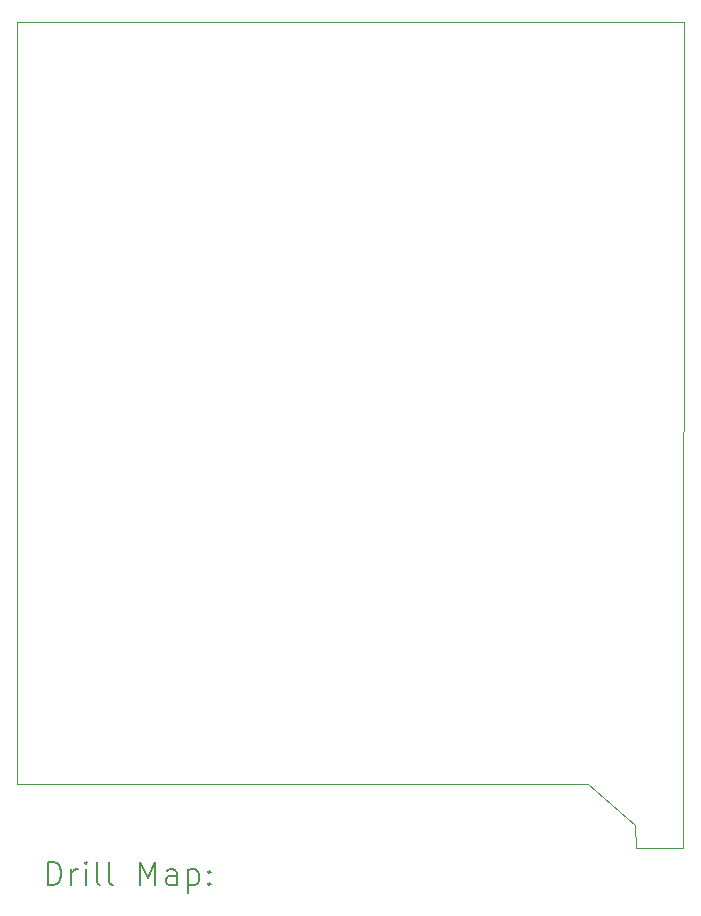
<source format=gbr>
%TF.GenerationSoftware,KiCad,Pcbnew,8.0.5*%
%TF.CreationDate,2024-10-14T11:26:22+05:00*%
%TF.ProjectId,2floor_for_orange_pi,32666c6f-6f72-45f6-966f-725f6f72616e,rev?*%
%TF.SameCoordinates,Original*%
%TF.FileFunction,Drillmap*%
%TF.FilePolarity,Positive*%
%FSLAX45Y45*%
G04 Gerber Fmt 4.5, Leading zero omitted, Abs format (unit mm)*
G04 Created by KiCad (PCBNEW 8.0.5) date 2024-10-14 11:26:22*
%MOMM*%
%LPD*%
G01*
G04 APERTURE LIST*
%ADD10C,0.050000*%
%ADD11C,0.200000*%
G04 APERTURE END LIST*
D10*
X7252000Y-8595000D02*
X7654000Y-8595000D01*
X7654000Y-8595000D02*
X7664000Y-1602000D01*
X6850000Y-8055000D02*
X7245000Y-8398000D01*
X7664000Y-1602000D02*
X2018000Y-1602000D01*
X2015000Y-8054000D02*
X6850000Y-8055000D01*
X7245000Y-8398000D02*
X7252000Y-8595000D01*
X2018000Y-1602000D02*
X2015000Y-8054000D01*
D11*
X2273277Y-8908984D02*
X2273277Y-8708984D01*
X2273277Y-8708984D02*
X2320896Y-8708984D01*
X2320896Y-8708984D02*
X2349467Y-8718508D01*
X2349467Y-8718508D02*
X2368515Y-8737555D01*
X2368515Y-8737555D02*
X2378039Y-8756603D01*
X2378039Y-8756603D02*
X2387563Y-8794698D01*
X2387563Y-8794698D02*
X2387563Y-8823270D01*
X2387563Y-8823270D02*
X2378039Y-8861365D01*
X2378039Y-8861365D02*
X2368515Y-8880412D01*
X2368515Y-8880412D02*
X2349467Y-8899460D01*
X2349467Y-8899460D02*
X2320896Y-8908984D01*
X2320896Y-8908984D02*
X2273277Y-8908984D01*
X2473277Y-8908984D02*
X2473277Y-8775650D01*
X2473277Y-8813746D02*
X2482801Y-8794698D01*
X2482801Y-8794698D02*
X2492324Y-8785174D01*
X2492324Y-8785174D02*
X2511372Y-8775650D01*
X2511372Y-8775650D02*
X2530420Y-8775650D01*
X2597086Y-8908984D02*
X2597086Y-8775650D01*
X2597086Y-8708984D02*
X2587563Y-8718508D01*
X2587563Y-8718508D02*
X2597086Y-8728031D01*
X2597086Y-8728031D02*
X2606610Y-8718508D01*
X2606610Y-8718508D02*
X2597086Y-8708984D01*
X2597086Y-8708984D02*
X2597086Y-8728031D01*
X2720896Y-8908984D02*
X2701848Y-8899460D01*
X2701848Y-8899460D02*
X2692324Y-8880412D01*
X2692324Y-8880412D02*
X2692324Y-8708984D01*
X2825658Y-8908984D02*
X2806610Y-8899460D01*
X2806610Y-8899460D02*
X2797086Y-8880412D01*
X2797086Y-8880412D02*
X2797086Y-8708984D01*
X3054229Y-8908984D02*
X3054229Y-8708984D01*
X3054229Y-8708984D02*
X3120896Y-8851841D01*
X3120896Y-8851841D02*
X3187562Y-8708984D01*
X3187562Y-8708984D02*
X3187562Y-8908984D01*
X3368515Y-8908984D02*
X3368515Y-8804222D01*
X3368515Y-8804222D02*
X3358991Y-8785174D01*
X3358991Y-8785174D02*
X3339943Y-8775650D01*
X3339943Y-8775650D02*
X3301848Y-8775650D01*
X3301848Y-8775650D02*
X3282801Y-8785174D01*
X3368515Y-8899460D02*
X3349467Y-8908984D01*
X3349467Y-8908984D02*
X3301848Y-8908984D01*
X3301848Y-8908984D02*
X3282801Y-8899460D01*
X3282801Y-8899460D02*
X3273277Y-8880412D01*
X3273277Y-8880412D02*
X3273277Y-8861365D01*
X3273277Y-8861365D02*
X3282801Y-8842317D01*
X3282801Y-8842317D02*
X3301848Y-8832793D01*
X3301848Y-8832793D02*
X3349467Y-8832793D01*
X3349467Y-8832793D02*
X3368515Y-8823270D01*
X3463753Y-8775650D02*
X3463753Y-8975650D01*
X3463753Y-8785174D02*
X3482801Y-8775650D01*
X3482801Y-8775650D02*
X3520896Y-8775650D01*
X3520896Y-8775650D02*
X3539943Y-8785174D01*
X3539943Y-8785174D02*
X3549467Y-8794698D01*
X3549467Y-8794698D02*
X3558991Y-8813746D01*
X3558991Y-8813746D02*
X3558991Y-8870889D01*
X3558991Y-8870889D02*
X3549467Y-8889936D01*
X3549467Y-8889936D02*
X3539943Y-8899460D01*
X3539943Y-8899460D02*
X3520896Y-8908984D01*
X3520896Y-8908984D02*
X3482801Y-8908984D01*
X3482801Y-8908984D02*
X3463753Y-8899460D01*
X3644705Y-8889936D02*
X3654229Y-8899460D01*
X3654229Y-8899460D02*
X3644705Y-8908984D01*
X3644705Y-8908984D02*
X3635182Y-8899460D01*
X3635182Y-8899460D02*
X3644705Y-8889936D01*
X3644705Y-8889936D02*
X3644705Y-8908984D01*
X3644705Y-8785174D02*
X3654229Y-8794698D01*
X3654229Y-8794698D02*
X3644705Y-8804222D01*
X3644705Y-8804222D02*
X3635182Y-8794698D01*
X3635182Y-8794698D02*
X3644705Y-8785174D01*
X3644705Y-8785174D02*
X3644705Y-8804222D01*
M02*

</source>
